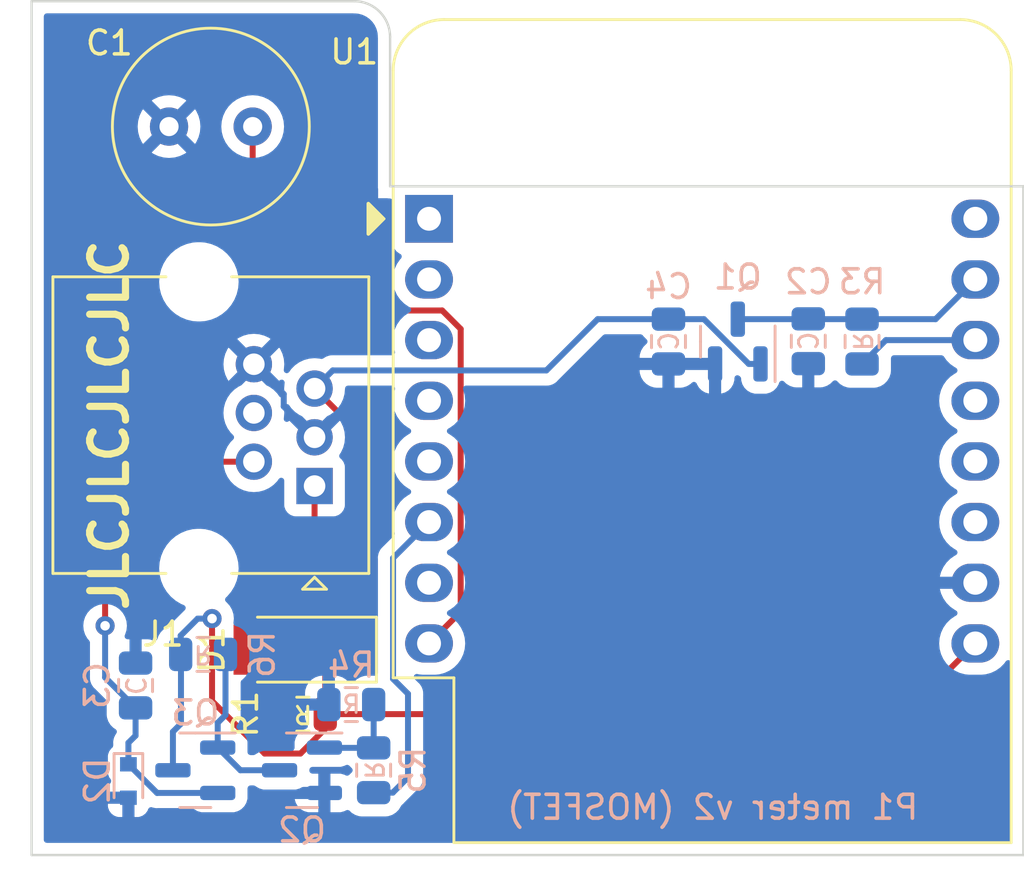
<source format=kicad_pcb>
(kicad_pcb (version 20211014) (generator pcbnew)
  (layers (0 "F.Cu" signal) (31 "B.Cu" signal) (34 "B.Paste" user) (35 "F.Paste" user) (36 "B.SilkS" user "B.Silkscreen") (37 "F.SilkS" user "F.Silkscreen") (38 "B.Mask" user) (39 "F.Mask" user) (44 "Edge.Cuts" user))
  (net 0 "")
  (net 1 "/5V")
  (net 2 "/VCC")
  (net 3 "GND")
  (net 5 "/DATA")
  (net 6 "/RTS")
  (net 7 "/RX_EN")
  (net 8 "/RX")
  (net 9 "/3V3")
  (net 12 "Net-(Q2-Pad1)")
  (net 20 "Net-(Q2-Pad3)")
  (net 21 "/DATA_REQ")
  (footprint "Capacitor_THT:C_Radial_D8.0mm_H11.5mm_P3.50mm" (layer "F.Cu") (at 107.5 82 180)
    (fp_text reference "C1" (at 6 3.5) (layer "F.SilkS"))
    (fp_text value "470u" hide)
    (fp_circle (center 1.75 0) (end 5.87 0) (layer "F.SilkS") (width 0.12) (fill none))
    (pad "1" thru_hole circle (at 0 0 180) (size 1.6 1.6) (drill 0.8) (layers *.Cu *.Mask) (net 9 "/3V3"))
    (pad "2" thru_hole circle (at 3.5 0 180) (size 1.6 1.6) (drill 0.8) (layers *.Cu *.Mask) (net 3 "GND"))
  )
  (footprint "Module:WEMOS_D1_mini_light" (layer "F.Cu") (at 114.88 85.86)
    (fp_text reference "U1" (at -3.13 -6.985 180) (layer "F.SilkS"))
    (fp_text value "WeMos_D1_mini")
    (fp_line (start 24.36 26.12) (end 24.36 -6.21) (layer "F.SilkS") (width 0.12))
    (fp_line (start -1.5 19.22) (end -1.5 -6.21) (layer "F.SilkS") (width 0.12))
    (fp_line (start 22.24 -8.34) (end 0.63 -8.34) (layer "F.SilkS") (width 0.12))
    (fp_line (start 1.04 19.22) (end 1.04 26.12) (layer "F.SilkS") (width 0.12))
    (fp_line (start 1.04 26.12) (end 24.36 26.12) (layer "F.SilkS") (width 0.12))
    (fp_line (start -1.5 19.22) (end 1.04 19.22) (layer "F.SilkS") (width 0.12))
    (fp_arc (start -1.5 -6.21) (mid -0.876137 -7.716137) (end 0.63 -8.34) (layer "F.SilkS") (width 0.12))
    (fp_arc (start 22.23 -8.34) (mid 23.736137 -7.716137) (end 24.36 -6.21) (layer "F.SilkS") (width 0.12))
    (fp_poly (pts (xy -2.54 -0.635) (xy -2.54 0.635) (xy -1.905 0)) (layer "F.SilkS") (width 0.15) (fill solid))
    (pad "1" thru_hole rect (at 0 0) (size 2 2) (drill 1) (layers *.Cu *.Mask))
    (pad "2" thru_hole oval (at 0 2.54) (size 2 1.6) (drill 1) (layers *.Cu *.Mask))
    (pad "3" thru_hole oval (at 0 5.08) (size 2 1.6) (drill 1) (layers *.Cu *.Mask))
    (pad "4" thru_hole oval (at 0 7.62) (size 2 1.6) (drill 1) (layers *.Cu *.Mask))
    (pad "5" thru_hole oval (at 0 10.16) (size 2 1.6) (drill 1) (layers *.Cu *.Mask))
    (pad "6" thru_hole oval (at 0 12.7) (size 2 1.6) (drill 1) (layers *.Cu *.Mask) (net 21 "/DATA_REQ"))
    (pad "7" thru_hole oval (at 0 15.24) (size 2 1.6) (drill 1) (layers *.Cu *.Mask))
    (pad "8" thru_hole oval (at 0 17.78) (size 2 1.6) (drill 1) (layers *.Cu *.Mask) (net 9 "/3V3"))
    (pad "9" thru_hole oval (at 22.86 17.78) (size 2 1.6) (drill 1) (layers *.Cu *.Mask) (net 1 "/5V"))
    (pad "10" thru_hole oval (at 22.86 15.24) (size 2 1.6) (drill 1) (layers *.Cu *.Mask) (net 3 "GND"))
    (pad "11" thru_hole oval (at 22.86 12.7) (size 2 1.6) (drill 1) (layers *.Cu *.Mask))
    (pad "12" thru_hole oval (at 22.86 10.16) (size 2 1.6) (drill 1) (layers *.Cu *.Mask))
    (pad "13" thru_hole oval (at 22.86 7.62) (size 2 1.6) (drill 1) (layers *.Cu *.Mask))
    (pad "14" thru_hole oval (at 22.86 5.08) (size 2 1.6) (drill 1) (layers *.Cu *.Mask) (net 7 "/RX_EN"))
    (pad "15" thru_hole oval (at 22.86 2.54) (size 2 1.6) (drill 1) (layers *.Cu *.Mask) (net 8 "/RX"))
    (pad "16" thru_hole oval (at 22.86 0) (size 2 1.6) (drill 1) (layers *.Cu *.Mask))
  )
  (footprint "Diode_SMD:D_SOD-128" (layer "F.Cu") (at 109.6 103.9 180)
    (fp_text reference "D1" (at 3.8 0 270) (layer "F.SilkS"))
    (fp_text value "PMEG4010")
    (fp_line (start -3.08 -1.36) (end -3.08 1.36) (layer "F.SilkS") (width 0.12))
    (fp_line (start -3.08 1.36) (end 1.9 1.36) (layer "F.SilkS") (width 0.12))
    (fp_line (start -3.08 -1.36) (end 1.9 -1.36) (layer "F.SilkS") (width 0.12))
    (pad "1" smd rect (at -2.2 0 180) (size 1.4 2.1) (layers "F.Cu" "F.Paste" "F.Mask") (net 1 "/5V"))
    (pad "2" smd rect (at 2.2 0 180) (size 1.4 2.1) (layers "F.Cu" "F.Paste" "F.Mask") (net 2 "/VCC"))
  )
  (footprint "Connector_RJ:RJ25_Wayconn_MJEA-660X1_Horizontal" (layer "F.Cu") (at 110.09 97.05 -90)
    (fp_text reference "J1" (at 6.2 6.34) (layer "F.SilkS"))
    (fp_text value "RJ12")
    (fp_line (start -8.76 -2.27) (end 3.66 -2.27) (layer "F.SilkS") (width 0.12))
    (fp_line (start 3.82 0) (end 4.32 0.5) (layer "F.SilkS") (width 0.12))
    (fp_line (start 4.32 -0.5) (end 3.82 0) (layer "F.SilkS") (width 0.12))
    (fp_line (start 3.66 6.22) (end 3.66 10.95) (layer "F.SilkS") (width 0.12))
    (fp_line (start -8.76 10.95) (end 3.66 10.95) (layer "F.SilkS") (width 0.12))
    (fp_line (start 3.66 -2.27) (end 3.66 3.47) (layer "F.SilkS") (width 0.12))
    (fp_line (start -8.76 -2.27) (end -8.76 3.47) (layer "F.SilkS") (width 0.12))
    (fp_line (start -8.76 6.22) (end -8.76 10.95) (layer "F.SilkS") (width 0.12))
    (fp_line (start 4.32 -0.5) (end 4.32 0.5) (layer "F.SilkS") (width 0.12))
    (pad "" np_thru_hole circle (at 3.45 4.84 270) (size 2.3 2.3) (drill 2.3) (layers *.Cu *.Mask))
    (pad "" np_thru_hole circle (at -8.55 4.84 270) (size 2.3 2.3) (drill 2.3) (layers *.Cu *.Mask))
    (pad "1" thru_hole rect (at 0 0 270) (size 1.52 1.52) (drill 0.9) (layers *.Cu *.Mask) (net 2 "/VCC"))
    (pad "2" thru_hole circle (at -1.02 2.54 270) (size 1.52 1.52) (drill 0.9) (layers *.Cu *.Mask) (net 6 "/RTS"))
    (pad "3" thru_hole circle (at -2.04 0 270) (size 1.52 1.52) (drill 0.9) (layers *.Cu *.Mask) (net 3 "GND"))
    (pad "4" thru_hole circle (at -3.06 2.54 270) (size 1.52 1.52) (drill 0.9) (layers *.Cu *.Mask))
    (pad "5" thru_hole circle (at -4.08 0 270) (size 1.52 1.52) (drill 0.9) (layers *.Cu *.Mask) (net 5 "/DATA"))
    (pad "6" thru_hole circle (at -5.1 2.54 270) (size 1.52 1.52) (drill 0.9) (layers *.Cu *.Mask) (net 3 "GND"))
  )
  (footprint "agro-footprint:RES_0805" (layer "F.Cu") (at 109.6 106.6 180)
    (fp_text reference "R1" (at 2.4 0 90) (layer "F.SilkS"))
    (fp_text value "1k")
    (fp_line (start -0.258578 0.71) (end 0.258578 0.71) (layer "F.SilkS") (width 0.12))
    (fp_line (start -0.2032 0.3302) (end -0.2032 -0.4064) (layer "F.SilkS") (width 0.12))
    (fp_line (start -0.2032 -0.4064) (end 0.0762 -0.4064) (layer "F.SilkS") (width 0.12))
    (fp_line (start -0.258578 -0.71) (end 0.258578 -0.71) (layer "F.SilkS") (width 0.12))
    (fp_line (start -0.2032 0) (end 0.0254 0) (layer "F.SilkS") (width 0.12))
    (fp_line (start 0.2286 0.3302) (end 0 0) (layer "F.SilkS") (width 0.12))
    (fp_arc (start 0.0254 -0.4064) (mid 0.2286 -0.2032) (end 0.0254 0) (layer "F.SilkS") (width 0.12))
    (pad "1" smd roundrect locked (at -0.9375 0 180) (size 0.975 1.4) (layers "F.Cu" "F.Paste" "F.Mask") (net 1 "/5V"))
    (pad "2" smd roundrect locked (at 0.9375 0 180) (size 0.975 1.4) (layers "F.Cu" "F.Paste" "F.Mask") (net 5 "/DATA"))
  )
  (footprint "Package_TO_SOT_SMD:SOT-23" (layer "B.Cu") (at 109.5625 108.95 180)
    (fp_text reference "Q2" (at 0 -2.5) (layer "B.SilkS") (effects (justify mirror)))
    (fp_text value "BC847B")
    (fp_line (start 0 1.56) (end -1.675 1.56) (layer "B.SilkS") (width 0.12))
    (fp_line (start 0 1.56) (end 0.65 1.56) (layer "B.SilkS") (width 0.12))
    (fp_line (start 0 -1.56) (end 0.65 -1.56) (layer "B.SilkS") (width 0.12))
    (fp_line (start 0 -1.56) (end -0.65 -1.56) (layer "B.SilkS") (width 0.12))
    (pad "1" smd roundrect (at -0.9375 0.95 180) (size 1.475 0.6) (layers "B.Cu" "B.Paste" "B.Mask") (net 12 "Net-(Q2-Pad1)"))
    (pad "2" smd roundrect (at -0.9375 -0.95 180) (size 1.475 0.6) (layers "B.Cu" "B.Paste" "B.Mask") (net 3 "GND"))
    (pad "3" smd roundrect (at 0.9375 0 180) (size 1.475 0.6) (layers "B.Cu" "B.Paste" "B.Mask") (net 20 "Net-(Q2-Pad3)"))
  )
  (footprint "agro-footprint:CAP_0805" (layer "B.Cu") (at 102.6 105.4 90)
    (fp_text reference "C3" (at 0 -1.6 270) (layer "B.SilkS") (effects (justify mirror)))
    (fp_text value "10p")
    (fp_line (start 0.2286 0.3302) (end 0.1016 0.4064) (layer "B.SilkS") (width 0.12))
    (fp_line (start -0.2286 -0.127) (end -0.254 0) (layer "B.SilkS") (width 0.12))
    (fp_line (start -0.0508 -0.381) (end -0.1778 -0.2794) (layer "B.SilkS") (width 0.12))
    (fp_line (start 0.2286 -0.3048) (end 0.1016 -0.381) (layer "B.SilkS") (width 0.12))
    (fp_line (start 0.1016 0.4064) (end -0.0508 0.4064) (layer "B.SilkS") (width 0.12))
    (fp_line (start -0.258578 -0.71) (end 0.258578 -0.71) (layer "B.SilkS") (width 0.12))
    (fp_line (start 0.1016 -0.381) (end -0.0508 -0.381) (layer "B.SilkS") (width 0.12))
    (fp_line (start -0.0508 0.4064) (end -0.1778 0.3048) (layer "B.SilkS") (width 0.12))
    (fp_line (start -0.2286 0.1524) (end -0.254 0.0254) (layer "B.SilkS") (width 0.12))
    (fp_line (start -0.1778 -0.2794) (end -0.2286 -0.127) (layer "B.SilkS") (width 0.12))
    (fp_line (start -0.258578 0.71) (end 0.258578 0.71) (layer "B.SilkS") (width 0.12))
    (fp_line (start -0.1778 0.3048) (end -0.2286 0.1524) (layer "B.SilkS") (width 0.12))
    (pad "1" smd roundrect locked (at -0.9375 0 90) (size 0.975 1.4) (layers "B.Cu" "B.Paste" "B.Mask") (net 6 "/RTS"))
    (pad "2" smd roundrect locked (at 0.9375 0 90) (size 0.975 1.4) (layers "B.Cu" "B.Paste" "B.Mask") (net 3 "GND"))
  )
  (footprint "Package_TO_SOT_SMD:SOT-23" (layer "B.Cu") (at 127.8 91 90)
    (fp_text reference "Q1" (at 2.7 0 180) (layer "B.SilkS") (effects (justify mirror)))
    (fp_text value "BSS123")
    (fp_line (start 0 -1.56) (end 0.65 -1.56) (layer "B.SilkS") (width 0.12))
    (fp_line (start 0 1.56) (end -1.675 1.56) (layer "B.SilkS") (width 0.12))
    (fp_line (start 0 -1.56) (end -0.65 -1.56) (layer "B.SilkS") (width 0.12))
    (fp_line (start 0 1.56) (end 0.65 1.56) (layer "B.SilkS") (width 0.12))
    (pad "1" smd roundrect (at -0.9375 0.95 90) (size 1.475 0.6) (layers "B.Cu" "B.Paste" "B.Mask") (net 5 "/DATA"))
    (pad "2" smd roundrect (at -0.9375 -0.95 90) (size 1.475 0.6) (layers "B.Cu" "B.Paste" "B.Mask") (net 3 "GND"))
    (pad "3" smd roundrect (at 0.9375 0 90) (size 1.475 0.6) (layers "B.Cu" "B.Paste" "B.Mask") (net 8 "/RX"))
  )
  (footprint "agro-footprint:CAP_0805" (layer "B.Cu") (at 124.9 91 -90)
    (fp_text reference "C4" (at -2.3 0 180) (layer "B.SilkS") (effects (justify mirror)))
    (fp_text value "10p")
    (fp_line (start 0.2286 -0.3048) (end 0.1016 -0.381) (layer "B.SilkS") (width 0.12))
    (fp_line (start -0.2286 0.1524) (end -0.254 0.0254) (layer "B.SilkS") (width 0.12))
    (fp_line (start 0.1016 -0.381) (end -0.0508 -0.381) (layer "B.SilkS") (width 0.12))
    (fp_line (start -0.0508 -0.381) (end -0.1778 -0.2794) (layer "B.SilkS") (width 0.12))
    (fp_line (start 0.1016 0.4064) (end -0.0508 0.4064) (layer "B.SilkS") (width 0.12))
    (fp_line (start -0.1778 0.3048) (end -0.2286 0.1524) (layer "B.SilkS") (width 0.12))
    (fp_line (start -0.2286 -0.127) (end -0.254 0) (layer "B.SilkS") (width 0.12))
    (fp_line (start -0.258578 0.71) (end 0.258578 0.71) (layer "B.SilkS") (width 0.12))
    (fp_line (start 0.2286 0.3302) (end 0.1016 0.4064) (layer "B.SilkS") (width 0.12))
    (fp_line (start -0.1778 -0.2794) (end -0.2286 -0.127) (layer "B.SilkS") (width 0.12))
    (fp_line (start -0.0508 0.4064) (end -0.1778 0.3048) (layer "B.SilkS") (width 0.12))
    (fp_line (start -0.258578 -0.71) (end 0.258578 -0.71) (layer "B.SilkS") (width 0.12))
    (pad "1" smd roundrect locked (at -0.9375 0 270) (size 0.975 1.4) (layers "B.Cu" "B.Paste" "B.Mask") (net 5 "/DATA"))
    (pad "2" smd roundrect locked (at 0.9375 0 270) (size 0.975 1.4) (layers "B.Cu" "B.Paste" "B.Mask") (net 3 "GND"))
  )
  (footprint "agro-footprint:RES_0805" (layer "B.Cu") (at 133 91 90)
    (fp_text reference "R3" (at 2.5 0 180) (layer "B.SilkS") (effects (justify mirror)))
    (fp_text value "2k2")
    (fp_line (start -0.2032 -0.3302) (end -0.2032 0.4064) (layer "B.SilkS") (width 0.12))
    (fp_line (start -0.258578 -0.71) (end 0.258578 -0.71) (layer "B.SilkS") (width 0.12))
    (fp_line (start -0.258578 0.71) (end 0.258578 0.71) (layer "B.SilkS") (width 0.12))
    (fp_line (start -0.2032 0) (end 0.0254 0) (layer "B.SilkS") (width 0.12))
    (fp_line (start 0.2286 -0.3302) (end 0 0) (layer "B.SilkS") (width 0.12))
    (fp_line (start -0.2032 0.4064) (end 0.0762 0.4064) (layer "B.SilkS") (width 0.12))
    (fp_arc (start 0.0254 0) (mid 0.2286 0.2032) (end 0.0254 0.4064) (layer "B.SilkS") (width 0.12))
    (pad "1" smd roundrect locked (at -0.9375 0 90) (size 0.975 1.4) (layers "B.Cu" "B.Paste" "B.Mask") (net 7 "/RX_EN"))
    (pad "2" smd roundrect locked (at 0.9375 0 90) (size 0.975 1.4) (layers "B.Cu" "B.Paste" "B.Mask") (net 8 "/RX"))
  )
  (footprint "Package_TO_SOT_SMD:SOT-23" (layer "B.Cu") (at 105.1 108.95 180)
    (fp_text reference "Q3" (at 0 2.4) (layer "B.SilkS") (effects (justify mirror)))
    (fp_text value "BSS84")
    (fp_line (start 0 -1.56) (end -0.65 -1.56) (layer "B.SilkS") (width 0.12))
    (fp_line (start 0 1.56) (end -1.675 1.56) (layer "B.SilkS") (width 0.12))
    (fp_line (start 0 -1.56) (end 0.65 -1.56) (layer "B.SilkS") (width 0.12))
    (fp_line (start 0 1.56) (end 0.65 1.56) (layer "B.SilkS") (width 0.12))
    (pad "1" smd roundrect (at -0.9375 0.95 180) (size 1.475 0.6) (layers "B.Cu" "B.Paste" "B.Mask") (net 20 "Net-(Q2-Pad3)"))
    (pad "2" smd roundrect (at -0.9375 -0.95 180) (size 1.475 0.6) (layers "B.Cu" "B.Paste" "B.Mask") (net 6 "/RTS"))
    (pad "3" smd roundrect (at 0.9375 0 180) (size 1.475 0.6) (layers "B.Cu" "B.Paste" "B.Mask") (net 1 "/5V"))
  )
  (footprint "agro-footprint:RES_0805" (layer "B.Cu") (at 105.4254 104.1)
    (fp_text reference "R6" (at 2.4746 0 90) (layer "B.SilkS") (effects (justify mirror)))
    (fp_text value "4k7")
    (fp_line (start -0.258578 0.71) (end 0.258578 0.71) (layer "B.SilkS") (width 0.12))
    (fp_line (start -0.2032 -0.3302) (end -0.2032 0.4064) (layer "B.SilkS") (width 0.12))
    (fp_line (start -0.258578 -0.71) (end 0.258578 -0.71) (layer "B.SilkS") (width 0.12))
    (fp_line (start -0.2032 0.4064) (end 0.0762 0.4064) (layer "B.SilkS") (width 0.12))
    (fp_line (start -0.2032 0) (end 0.0254 0) (layer "B.SilkS") (width 0.12))
    (fp_line (start 0.2286 -0.3302) (end 0 0) (layer "B.SilkS") (width 0.12))
    (fp_arc (start 0.0254 0) (mid 0.2286 0.2032) (end 0.0254 0.4064) (layer "B.SilkS") (width 0.12))
    (pad "1" smd roundrect locked (at -0.9375 0) (size 0.975 1.4) (layers "B.Cu" "B.Paste" "B.Mask") (net 1 "/5V"))
    (pad "2" smd roundrect locked (at 0.9375 0) (size 0.975 1.4) (layers "B.Cu" "B.Paste" "B.Mask") (net 20 "Net-(Q2-Pad3)"))
  )
  (footprint "agro-footprint:CAP_0805" (layer "B.Cu") (at 130.75 90.9879 -90)
    (fp_text reference "C2" (at -2.4879 0 180) (layer "B.SilkS") (effects (justify mirror)))
    (fp_text value "10p")
    (fp_line (start -0.1778 0.3048) (end -0.2286 0.1524) (layer "B.SilkS") (width 0.12))
    (fp_line (start -0.2286 0.1524) (end -0.254 0.0254) (layer "B.SilkS") (width 0.12))
    (fp_line (start -0.0508 -0.381) (end -0.1778 -0.2794) (layer "B.SilkS") (width 0.12))
    (fp_line (start -0.258578 0.71) (end 0.258578 0.71) (layer "B.SilkS") (width 0.12))
    (fp_line (start 0.2286 -0.3048) (end 0.1016 -0.381) (layer "B.SilkS") (width 0.12))
    (fp_line (start -0.2286 -0.127) (end -0.254 0) (layer "B.SilkS") (width 0.12))
    (fp_line (start 0.1016 -0.381) (end -0.0508 -0.381) (layer "B.SilkS") (width 0.12))
    (fp_line (start 0.2286 0.3302) (end 0.1016 0.4064) (layer "B.SilkS") (width 0.12))
    (fp_line (start -0.258578 -0.71) (end 0.258578 -0.71) (layer "B.SilkS") (width 0.12))
    (fp_line (start -0.0508 0.4064) (end -0.1778 0.3048) (layer "B.SilkS") (width 0.12))
    (fp_line (start -0.1778 -0.2794) (end -0.2286 -0.127) (layer "B.SilkS") (width 0.12))
    (fp_line (start 0.1016 0.4064) (end -0.0508 0.4064) (layer "B.SilkS") (width 0.12))
    (pad "1" smd roundrect locked (at -0.9375 0 270) (size 0.975 1.4) (layers "B.Cu" "B.Paste" "B.Mask") (net 8 "/RX"))
    (pad "2" smd roundrect locked (at 0.9375 0 270) (size 0.975 1.4) (layers "B.Cu" "B.Paste" "B.Mask") (net 3 "GND"))
  )
  (footprint "Diode_SMD:D_SOD-523" (layer "B.Cu") (at 102.3 109.4 -90)
    (fp_text reference "D2" (at 0 1.3 90) (layer "B.SilkS") (effects (justify mirror)))
    (fp_text value "DZ2S056X0L")
    (fp_line (start 0.7 -0.6) (end -1.15 -0.6) (layer "B.SilkS") (width 0.12))
    (fp_line (start 0.7 0.6) (end -1.15 0.6) (layer "B.SilkS") (width 0.12))
    (fp_line (start -1.15 0.6) (end -1.15 -0.6) (layer "B.SilkS") (width 0.12))
    (pad "1" smd rect (at -0.7 0 90) (size 0.6 0.7) (layers "B.Cu" "B.Paste" "B.Mask") (net 6 "/RTS"))
    (pad "2" smd rect (at 0.7 0 90) (size 0.6 0.7) (layers "B.Cu" "B.Paste" "B.Mask") (net 3 "GND"))
  )
  (footprint "agro-footprint:RES_0805" (layer "B.Cu") (at 111.625 106.2 180)
    (fp_text reference "R4" (at 0 1.65) (layer "B.SilkS") (effects (justify mirror)))
    (fp_text value "10k")
    (fp_line (start -0.258578 -0.71) (end 0.258578 -0.71) (layer "B.SilkS") (width 0.12))
    (fp_line (start -0.2032 -0.3302) (end -0.2032 0.4064) (layer "B.SilkS") (width 0.12))
    (fp_line (start -0.2032 0.4064) (end 0.0762 0.4064) (layer "B.SilkS") (width 0.12))
    (fp_line (start -0.258578 0.71) (end 0.258578 0.71) (layer "B.SilkS") (width 0.12))
    (fp_line (start -0.2032 0) (end 0.0254 0) (layer "B.SilkS") (width 0.12))
    (fp_line (start 0.2286 -0.3302) (end 0 0) (layer "B.SilkS") (width 0.12))
    (fp_arc (start 0.0254 0) (mid 0.2286 0.2032) (end 0.0254 0.4064) (layer "B.SilkS") (width 0.12))
    (pad "1" smd roundrect locked (at -0.9375 0 180) (size 0.975 1.4) (layers "B.Cu" "B.Paste" "B.Mask") (net 12 "Net-(Q2-Pad1)"))
    (pad "2" smd roundrect locked (at 0.9375 0 180) (size 0.975 1.4) (layers "B.Cu" "B.Paste" "B.Mask") (net 3 "GND"))
  )
  (footprint "agro-footprint:RES_0805" (layer "B.Cu") (at 112.5625 108.95 90)
    (fp_text reference "R5" (at 0 1.65 90) (layer "B.SilkS") (effects (justify mirror)))
    (fp_text value "1k")
    (fp_line (start -0.2032 0) (end 0.0254 0) (layer "B.SilkS") (width 0.12))
    (fp_line (start -0.2032 -0.3302) (end -0.2032 0.4064) (layer "B.SilkS") (width 0.12))
    (fp_line (start -0.2032 0.4064) (end 0.0762 0.4064) (layer "B.SilkS") (width 0.12))
    (fp_line (start 0.2286 -0.3302) (end 0 0) (layer "B.SilkS") (width 0.12))
    (fp_line (start -0.258578 -0.71) (end 0.258578 -0.71) (layer "B.SilkS") (width 0.12))
    (fp_line (start -0.258578 0.71) (end 0.258578 0.71) (layer "B.SilkS") (width 0.12))
    (fp_arc (start 0.0254 0) (mid 0.2286 0.2032) (end 0.0254 0.4064) (layer "B.SilkS") (width 0.12))
    (pad "1" smd roundrect locked (at -0.9375 0 90) (size 0.975 1.4) (layers "B.Cu" "B.Paste" "B.Mask") (net 21 "/DATA_REQ"))
    (pad "2" smd roundrect locked (at 0.9375 0 90) (size 0.975 1.4) (layers "B.Cu" "B.Paste" "B.Mask") (net 12 "Net-(Q2-Pad1)"))
  )
  (gr_line (start 139.75 84.5) (end 139.75 112.5) (layer "Edge.Cuts") (width 0.1))
  (gr_line (start 113.25 78.25) (end 113.25 84.5) (layer "Edge.Cuts") (width 0.1))
  (gr_line (start 98.25 112.5) (end 98.25 76.75) (layer "Edge.Cuts") (width 0.1))
  (gr_line (start 98.25 76.75) (end 111.75 76.75) (layer "Edge.Cuts") (width 0.1))
  (gr_line (start 113.25 84.5) (end 139.75 84.5) (layer "Edge.Cuts") (width 0.1))
  (gr_arc (start 111.75 76.75) (mid 112.81066 77.18934) (end 113.25 78.25) (layer "Edge.Cuts") (width 0.1))
  (gr_line (start 139.75 112.5) (end 98.25 112.5) (layer "Edge.Cuts") (width 0.1))
  (gr_text "P1 meter v2 (MOSFET)" (at 126.75 110.5) (layer "B.SilkS") (effects (font (size 1 1)) (justify mirror)))
  (gr_text "JLCJLCJLCJLC" (at 101.5 94.500001 90) (layer "F.SilkS") (effects (font (size 1.5 1.5) (thickness 0.3))))
  (segment (start 110.5375 104.7125) (end 111.35 103.9) (width 0.25) (layer "F.Cu") (net 1))
  (segment (start 108 108.25) (end 109.5 108.25) (width 0.25) (layer "F.Cu") (net 1))
  (segment (start 110.5375 106.6) (end 110.5375 104.7125) (width 0.25) (layer "F.Cu") (net 1))
  (segment (start 110.5375 107.2125) (end 110.5375 106.6) (width 0.25) (layer "F.Cu") (net 1))
  (segment (start 109.5 108.25) (end 110.5375 107.2125) (width 0.25) (layer "F.Cu") (net 1))
  (segment (start 105.8 106.05) (end 108 108.25) (width 0.25) (layer "F.Cu") (net 1))
  (segment (start 105.8 102.6) (end 105.8 106.05) (width 0.25) (layer "F.Cu") (net 1))
  (segment (start 134.78 106.6) (end 137.74 103.64) (width 0.25) (layer "F.Cu") (net 1))
  (segment (start 111.35 103.9) (end 111.8 103.9) (width 0.25) (layer "F.Cu") (net 1))
  (segment (start 110.5375 106.6) (end 134.78 106.6) (width 0.25) (layer "F.Cu") (net 1))
  (via (at 105.8 102.6) (size 0.8) (drill 0.4) (layers "F.Cu" "B.Cu") (net 1))
  (segment (start 104.1625 107.3375) (end 104.5 107) (width 0.25) (layer "B.Cu") (net 1))
  (segment (start 104.5 104.1121) (end 104.4879 104.1) (width 0.25) (layer "B.Cu") (net 1))
  (segment (start 104.5 107) (end 104.5 104.1121) (width 0.25) (layer "B.Cu") (net 1))
  (segment (start 105.2 102.6) (end 105.8 102.6) (width 0.25) (layer "B.Cu") (net 1))
  (segment (start 104.4879 103.3121) (end 105.2 102.6) (width 0.25) (layer "B.Cu") (net 1))
  (segment (start 104.1625 108.95) (end 104.1625 107.3375) (width 0.25) (layer "B.Cu") (net 1))
  (segment (start 104.4879 104.1) (end 104.4879 103.3121) (width 0.25) (layer "B.Cu") (net 1))
  (segment (start 110.09 101.21) (end 110.09 101.19) (width 0.25) (layer "F.Cu") (net 2))
  (segment (start 107.4 103.9) (end 110.09 101.21) (width 0.25) (layer "F.Cu") (net 2))
  (segment (start 110.09 101.19) (end 110.09 97.05) (width 0.25) (layer "F.Cu") (net 2))
  (segment (start 108.8 93.2) (end 107.55 91.95) (width 0.25) (layer "B.Cu") (net 3))
  (segment (start 110.09 95.01) (end 108.8 93.72) (width 0.25) (layer "B.Cu") (net 3))
  (segment (start 108.8 93.72) (end 108.8 93.2) (width 0.25) (layer "B.Cu") (net 3))
  (segment (start 112.6 100.7) (end 112.6 100.1) (width 0.25) (layer "F.Cu") (net 5))
  (segment (start 108.6625 106.6) (end 108.6625 104.6375) (width 0.25) (layer "F.Cu") (net 5))
  (segment (start 112.6 95.48) (end 110.09 92.97) (width 0.25) (layer "F.Cu") (net 5))
  (segment (start 112.6 100.1) (end 112.6 95.48) (width 0.25) (layer "F.Cu") (net 5))
  (segment (start 108.6625 104.6375) (end 112.6 100.7) (width 0.25) (layer "F.Cu") (net 5))
  (segment (start 128.75 91.9375) (end 128.259251 91.9375) (width 0.25) (layer "B.Cu") (net 5))
  (segment (start 121.9375 90.0625) (end 124.9 90.0625) (width 0.25) (layer "B.Cu") (net 5))
  (segment (start 119.79 92.21) (end 121.9375 90.0625) (width 0.25) (layer "B.Cu") (net 5))
  (segment (start 110.09 92.97) (end 110.85 92.21) (width 0.25) (layer "B.Cu") (net 5))
  (segment (start 110.85 92.21) (end 119.79 92.21) (width 0.25) (layer "B.Cu") (net 5))
  (segment (start 126.384251 90.0625) (end 124.9 90.0625) (width 0.25) (layer "B.Cu") (net 5))
  (segment (start 128.259251 91.9375) (end 126.384251 90.0625) (width 0.25) (layer "B.Cu") (net 5))
  (segment (start 104.47 96.03) (end 107.55 96.03) (width 0.25) (layer "F.Cu") (net 6))
  (segment (start 101.625 98.875) (end 104.47 96.03) (width 0.25) (layer "F.Cu") (net 6))
  (segment (start 101.325 102.9) (end 101.325 99.175) (width 0.25) (layer "F.Cu") (net 6))
  (segment (start 101.325 99.175) (end 101.625 98.875) (width 0.25) (layer "F.Cu") (net 6))
  (via (at 101.325 102.9) (size 0.8) (drill 0.4) (layers "F.Cu" "B.Cu") (net 6))
  (segment (start 102.3 107.8) (end 102.6 107.5) (width 0.25) (layer "B.Cu") (net 6))
  (segment (start 102.6 107.5) (end 102.6 106.3375) (width 0.25) (layer "B.Cu") (net 6))
  (segment (start 102.6 106.3375) (end 101.325 105.0625) (width 0.25) (layer "B.Cu") (net 6))
  (segment (start 102.3 108.7) (end 102.3 107.8) (width 0.25) (layer "B.Cu") (net 6))
  (segment (start 101.325 105.0625) (end 101.325 102.9) (width 0.25) (layer "B.Cu") (net 6))
  (segment (start 103.5 109.9) (end 102.3 108.7) (width 0.25) (layer "B.Cu") (net 6))
  (segment (start 106.0375 109.9) (end 103.5 109.9) (width 0.25) (layer "B.Cu") (net 6))
  (segment (start 133.9975 90.94) (end 137.74 90.94) (width 0.25) (layer "B.Cu") (net 7))
  (segment (start 133 91.9375) (end 133.9975 90.94) (width 0.25) (layer "B.Cu") (net 7))
  (segment (start 127.8 90.0625) (end 133 90.0625) (width 0.25) (layer "B.Cu") (net 8))
  (segment (start 133 90.0625) (end 136.0775 90.0625) (width 0.25) (layer "B.Cu") (net 8))
  (segment (start 136.0775 90.0625) (end 137.74 88.4) (width 0.25) (layer "B.Cu") (net 8))
  (segment (start 116.205 90.47401) (end 116.205 102.315) (width 0.25) (layer "F.Cu") (net 9))
  (segment (start 107.5 82) (end 107.5 83.8) (width 0.25) (layer "F.Cu") (net 9))
  (segment (start 115.43099 89.7) (end 116.205 90.47401) (width 0.25) (layer "F.Cu") (net 9))
  (segment (start 107.5 83.8) (end 113.4 89.7) (width 0.25) (layer "F.Cu") (net 9))
  (segment (start 116.205 102.315) (end 114.88 103.64) (width 0.25) (layer "F.Cu") (net 9))
  (segment (start 113.4 89.7) (end 115.43099 89.7) (width 0.25) (layer "F.Cu") (net 9))
  (segment (start 112.5625 108.0125) (end 112.5625 106.2) (width 0.25) (layer "B.Cu") (net 12))
  (segment (start 110.5125 108.0125) (end 110.5 108) (width 0.25) (layer "B.Cu") (net 12))
  (segment (start 112.5625 108.0125) (end 110.5125 108.0125) (width 0.25) (layer "B.Cu") (net 12))
  (segment (start 106.3629 106.6371) (end 106.0375 106.9625) (width 0.25) (layer "B.Cu") (net 20))
  (segment (start 106.9875 108.95) (end 106.0375 108) (width 0.25) (layer "B.Cu") (net 20))
  (segment (start 106.0375 106.9625) (end 106.0375 108) (width 0.25) (layer "B.Cu") (net 20))
  (segment (start 106.3629 104.1) (end 106.3629 106.6371) (width 0.25) (layer "B.Cu") (net 20))
  (segment (start 108.625 108.95) (end 106.9875 108.95) (width 0.25) (layer "B.Cu") (net 20))
  (segment (start 113.3625 109.8875) (end 114 109.25) (width 0.25) (layer "B.Cu") (net 21))
  (segment (start 112.5625 109.8875) (end 113.3625 109.8875) (width 0.25) (layer "B.Cu") (net 21))
  (segment (start 114 109.25) (end 114 105.75) (width 0.25) (layer "B.Cu") (net 21))
  (segment (start 114.88 98.56) (end 113.375 100.065) (width 0.25) (layer "B.Cu") (net 21))
  (segment (start 113.375 100.065) (end 113.375 105.125) (width 0.25) (layer "B.Cu") (net 21))
  (segment (start 114 105.75) (end 113.375 105.125) (width 0.25) (layer "B.Cu") (net 21))
  (zone (net 3) (net_name "GND") (layer "B.Cu") (connect_pads (clearance 0.508)) (min_thickness 0.254) (fill yes (thermal_gap 0.508) (thermal_bridge_width 0.508))
    (polygon (pts (xy 112.75 77.25) (xy 112.75 85) (xy 139.25 85) (xy 139.35 112.1) (xy 98.75 112.054841) (xy 98.75 77.25)))
  )
)
</source>
